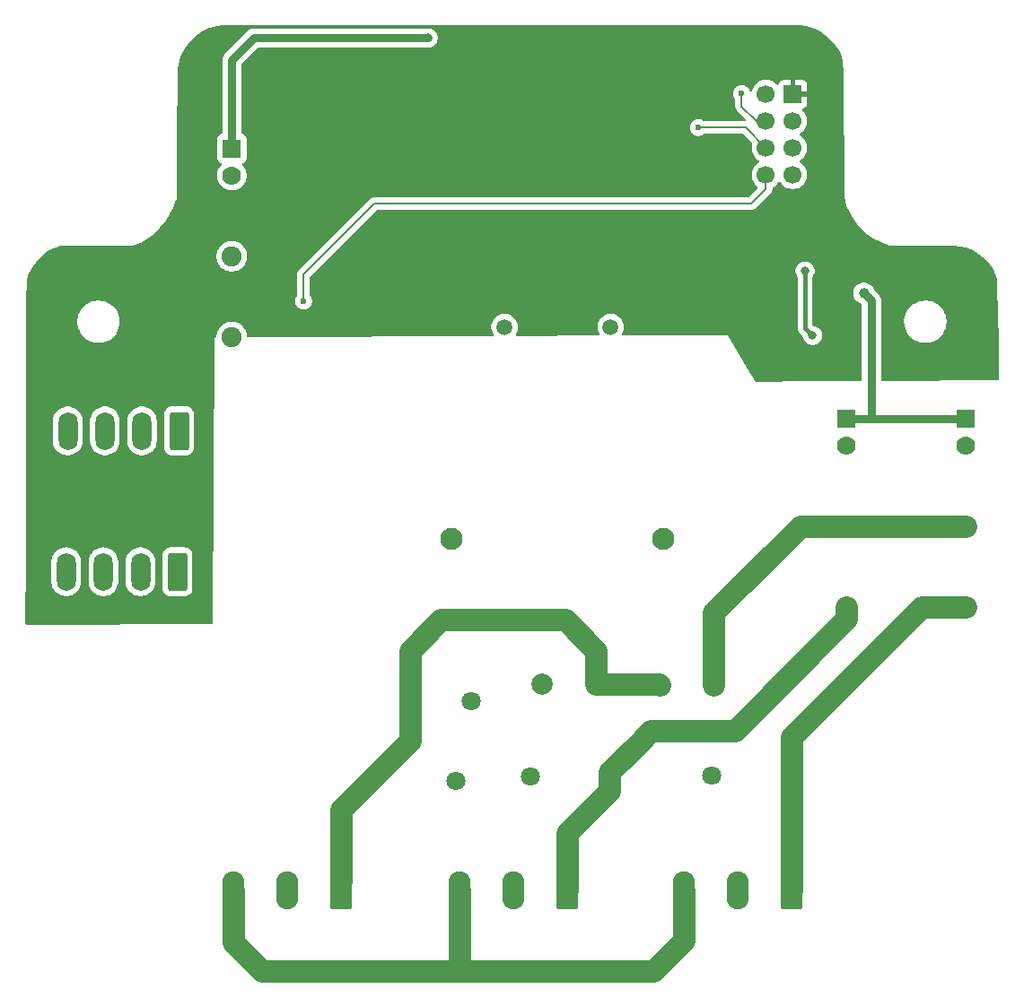
<source format=gbr>
%TF.GenerationSoftware,KiCad,Pcbnew,9.0.6*%
%TF.CreationDate,2025-11-29T13:29:22+01:00*%
%TF.ProjectId,AMN_230V_pcb,414d4e5f-3233-4305-965f-7063622e6b69,rev?*%
%TF.SameCoordinates,Original*%
%TF.FileFunction,Copper,L2,Bot*%
%TF.FilePolarity,Positive*%
%FSLAX46Y46*%
G04 Gerber Fmt 4.6, Leading zero omitted, Abs format (unit mm)*
G04 Created by KiCad (PCBNEW 9.0.6) date 2025-11-29 13:29:22*
%MOMM*%
%LPD*%
G01*
G04 APERTURE LIST*
G04 Aperture macros list*
%AMRoundRect*
0 Rectangle with rounded corners*
0 $1 Rounding radius*
0 $2 $3 $4 $5 $6 $7 $8 $9 X,Y pos of 4 corners*
0 Add a 4 corners polygon primitive as box body*
4,1,4,$2,$3,$4,$5,$6,$7,$8,$9,$2,$3,0*
0 Add four circle primitives for the rounded corners*
1,1,$1+$1,$2,$3*
1,1,$1+$1,$4,$5*
1,1,$1+$1,$6,$7*
1,1,$1+$1,$8,$9*
0 Add four rect primitives between the rounded corners*
20,1,$1+$1,$2,$3,$4,$5,0*
20,1,$1+$1,$4,$5,$6,$7,0*
20,1,$1+$1,$6,$7,$8,$9,0*
20,1,$1+$1,$8,$9,$2,$3,0*%
G04 Aperture macros list end*
%TA.AperFunction,ComponentPad*%
%ADD10C,2.000000*%
%TD*%
%TA.AperFunction,ComponentPad*%
%ADD11R,1.778000X1.778000*%
%TD*%
%TA.AperFunction,ComponentPad*%
%ADD12C,1.778000*%
%TD*%
%TA.AperFunction,ComponentPad*%
%ADD13C,1.900000*%
%TD*%
%TA.AperFunction,ComponentPad*%
%ADD14C,1.800000*%
%TD*%
%TA.AperFunction,ComponentPad*%
%ADD15R,1.700000X1.700000*%
%TD*%
%TA.AperFunction,ComponentPad*%
%ADD16C,1.700000*%
%TD*%
%TA.AperFunction,ComponentPad*%
%ADD17RoundRect,0.249999X0.790001X1.550001X-0.790001X1.550001X-0.790001X-1.550001X0.790001X-1.550001X0*%
%TD*%
%TA.AperFunction,ComponentPad*%
%ADD18O,2.080000X3.600000*%
%TD*%
%TA.AperFunction,ComponentPad*%
%ADD19RoundRect,0.250000X0.650000X1.550000X-0.650000X1.550000X-0.650000X-1.550000X0.650000X-1.550000X0*%
%TD*%
%TA.AperFunction,ComponentPad*%
%ADD20O,1.800000X3.600000*%
%TD*%
%TA.AperFunction,ComponentPad*%
%ADD21C,2.100000*%
%TD*%
%TA.AperFunction,ComponentPad*%
%ADD22C,1.500000*%
%TD*%
%TA.AperFunction,ViaPad*%
%ADD23C,0.600000*%
%TD*%
%TA.AperFunction,ViaPad*%
%ADD24C,0.800000*%
%TD*%
%TA.AperFunction,ViaPad*%
%ADD25C,1.000000*%
%TD*%
%TA.AperFunction,Conductor*%
%ADD26C,0.200000*%
%TD*%
%TA.AperFunction,Conductor*%
%ADD27C,0.800000*%
%TD*%
%TA.AperFunction,Conductor*%
%ADD28C,0.400000*%
%TD*%
%TA.AperFunction,Conductor*%
%ADD29C,2.100000*%
%TD*%
G04 APERTURE END LIST*
D10*
%TO.P,F2,1*%
%TO.N,Net-(J1-Pin_1)*%
X120310000Y-117650000D03*
%TO.P,F2,2*%
%TO.N,Net-(F2-Pad2)*%
X125390000Y-117650000D03*
%TD*%
D11*
%TO.P,K3,1*%
%TO.N,+12V*%
X79922500Y-66997500D03*
D12*
%TO.P,K3,2*%
%TO.N,Net-(D3-A)*%
X79922500Y-69537500D03*
D13*
%TO.P,K3,3*%
%TO.N,Net-(J4-Pin_3)*%
X79922500Y-77157500D03*
%TO.P,K3,4*%
%TO.N,Net-(J4-Pin_1)*%
X79922500Y-84777500D03*
%TD*%
D14*
%TO.P,V3,1*%
%TO.N,Net-(J1-Pin_2)*%
X101100000Y-126700000D03*
%TO.P,V3,2*%
%TO.N,Net-(F1-Pad2)*%
X102500000Y-119200000D03*
%TD*%
D15*
%TO.P,J5,1,Pin_1*%
%TO.N,GND*%
X132850000Y-61850000D03*
D16*
%TO.P,J5,2,Pin_2*%
%TO.N,+12V*%
X130310000Y-61850000D03*
%TO.P,J5,3,Pin_3*%
%TO.N,unconnected-(J5-Pin_3-Pad3)*%
X132850000Y-64390000D03*
%TO.P,J5,4,Pin_4*%
%TO.N,Net-(J5-Pin_4)*%
X130310000Y-64390000D03*
%TO.P,J5,5,Pin_5*%
%TO.N,unconnected-(J5-Pin_5-Pad5)*%
X132850000Y-66930000D03*
%TO.P,J5,6,Pin_6*%
%TO.N,Net-(J5-Pin_6)*%
X130310000Y-66930000D03*
%TO.P,J5,7,Pin_7*%
%TO.N,unconnected-(J5-Pin_7-Pad7)*%
X132850000Y-69470000D03*
%TO.P,J5,8,Pin_8*%
%TO.N,Net-(J5-Pin_8)*%
X130310000Y-69470000D03*
%TD*%
D10*
%TO.P,F1,1*%
%TO.N,Net-(J1-Pin_1)*%
X114240000Y-117550000D03*
%TO.P,F1,2*%
%TO.N,Net-(F1-Pad2)*%
X109160000Y-117550000D03*
%TD*%
D14*
%TO.P,V2,1*%
%TO.N,Net-(J3-Pin_1)*%
X132700000Y-127600000D03*
%TO.P,V2,2*%
%TO.N,Net-(J1-Pin_2)*%
X125200000Y-126200000D03*
%TD*%
D17*
%TO.P,J2,1,Pin_1*%
%TO.N,Net-(J2-Pin_1)*%
X111550000Y-137000000D03*
D18*
%TO.P,J2,2,Pin_2*%
%TO.N,Net-(J1-Pin_2)*%
X106470000Y-137000000D03*
%TO.P,J2,3,Pin_3*%
%TO.N,Net-(J1-Pin_3)*%
X101390000Y-137000000D03*
%TD*%
D19*
%TO.P,J6,1,Pin_1*%
%TO.N,unconnected-(J6-Pin_1-Pad1)*%
X74800000Y-106950000D03*
D20*
%TO.P,J6,2,Pin_2*%
%TO.N,unconnected-(J6-Pin_2-Pad2)*%
X71300000Y-106950000D03*
%TO.P,J6,3,Pin_3*%
%TO.N,unconnected-(J6-Pin_3-Pad3)*%
X67800000Y-106950000D03*
%TO.P,J6,4,Pin_4*%
%TO.N,unconnected-(J6-Pin_4-Pad4)*%
X64300000Y-106950000D03*
%TD*%
D11*
%TO.P,K2,1*%
%TO.N,+12V*%
X149150000Y-92470000D03*
D12*
%TO.P,K2,2*%
%TO.N,Net-(D2-A)*%
X149150000Y-95010000D03*
D13*
%TO.P,K2,3*%
%TO.N,Net-(F2-Pad2)*%
X149150000Y-102630000D03*
%TO.P,K2,4*%
%TO.N,Net-(J3-Pin_1)*%
X149150000Y-110250000D03*
%TD*%
D14*
%TO.P,V1,1*%
%TO.N,Net-(J2-Pin_1)*%
X115550000Y-127650000D03*
%TO.P,V1,2*%
%TO.N,Net-(J1-Pin_2)*%
X108050000Y-126250000D03*
%TD*%
D17*
%TO.P,J3,1,Pin_1*%
%TO.N,Net-(J3-Pin_1)*%
X132750000Y-137000000D03*
D18*
%TO.P,J3,2,Pin_2*%
%TO.N,Net-(J1-Pin_2)*%
X127670000Y-137000000D03*
%TO.P,J3,3,Pin_3*%
%TO.N,Net-(J1-Pin_3)*%
X122590000Y-137000000D03*
%TD*%
D21*
%TO.P,T1,1*%
%TO.N,Net-(J1-Pin_2)*%
X100650000Y-103850000D03*
%TO.P,T1,2*%
%TO.N,Net-(F1-Pad2)*%
X120650000Y-103850000D03*
D22*
%TO.P,T1,3*%
%TO.N,Net-(D4-Pad3)*%
X105650000Y-83850000D03*
%TO.P,T1,4*%
%TO.N,Net-(D4-Pad4)*%
X115650000Y-83850000D03*
%TD*%
D17*
%TO.P,J1,1,Pin_1*%
%TO.N,Net-(J1-Pin_1)*%
X90250000Y-137050000D03*
D18*
%TO.P,J1,2,Pin_2*%
%TO.N,Net-(J1-Pin_2)*%
X85170000Y-137050000D03*
%TO.P,J1,3,Pin_3*%
%TO.N,Net-(J1-Pin_3)*%
X80090000Y-137050000D03*
%TD*%
D19*
%TO.P,J4,1,Pin_1*%
%TO.N,Net-(J4-Pin_1)*%
X74950000Y-93650000D03*
D20*
%TO.P,J4,2,Pin_2*%
X71450000Y-93650000D03*
%TO.P,J4,3,Pin_3*%
%TO.N,Net-(J4-Pin_3)*%
X67950000Y-93650000D03*
%TO.P,J4,4,Pin_4*%
X64450000Y-93650000D03*
%TD*%
D11*
%TO.P,K1,1*%
%TO.N,+12V*%
X137872500Y-92470000D03*
D12*
%TO.P,K1,2*%
%TO.N,Net-(D1-A)*%
X137872500Y-95010000D03*
D13*
%TO.P,K1,3*%
%TO.N,Net-(F2-Pad2)*%
X137872500Y-102630000D03*
%TO.P,K1,4*%
%TO.N,Net-(J2-Pin_1)*%
X137872500Y-110250000D03*
%TD*%
D23*
%TO.N,Net-(J5-Pin_6)*%
X123950000Y-65000000D03*
%TO.N,Net-(J5-Pin_4)*%
X128000000Y-61800000D03*
D24*
%TO.N,+12V*%
X98450000Y-56550000D03*
D25*
X139550000Y-80650000D03*
D24*
%TO.N,Net-(D2-A)*%
X134700000Y-84650000D03*
X134000000Y-78550000D03*
D23*
%TO.N,Net-(J5-Pin_8)*%
X86700000Y-81400000D03*
%TD*%
D26*
%TO.N,Net-(J5-Pin_8)*%
X128900000Y-72200000D02*
X130310000Y-70790000D01*
X86700000Y-81400000D02*
X86700000Y-78850000D01*
X130310000Y-70790000D02*
X130310000Y-69470000D01*
X86700000Y-78850000D02*
X93350000Y-72200000D01*
X93350000Y-72200000D02*
X128900000Y-72200000D01*
%TO.N,Net-(J5-Pin_6)*%
X128380000Y-65000000D02*
X130310000Y-66930000D01*
X123950000Y-65000000D02*
X123850000Y-65000000D01*
%TO.N,Net-(J5-Pin_4)*%
X128000000Y-63000000D02*
X128000000Y-61800000D01*
X130310000Y-64390000D02*
X129390000Y-64390000D01*
X129390000Y-64390000D02*
X128000000Y-63000000D01*
%TO.N,Net-(J5-Pin_6)*%
X128380000Y-65000000D02*
X123950000Y-65000000D01*
D27*
%TO.N,+12V*%
X140250000Y-81350000D02*
X139550000Y-80650000D01*
X140250000Y-92470000D02*
X140250000Y-81350000D01*
X149150000Y-92470000D02*
X140250000Y-92470000D01*
X82000000Y-56550000D02*
X79922500Y-58627500D01*
X140250000Y-92470000D02*
X137872500Y-92470000D01*
X98450000Y-56550000D02*
X82000000Y-56550000D01*
X79922500Y-58627500D02*
X79922500Y-66997500D01*
D28*
%TO.N,Net-(D2-A)*%
X134000000Y-83950000D02*
X134700000Y-84650000D01*
X134000000Y-78550000D02*
X134000000Y-83950000D01*
D29*
%TO.N,Net-(J1-Pin_1)*%
X90250000Y-129400000D02*
X90250000Y-136200000D01*
X99650000Y-111500000D02*
X96750000Y-114400000D01*
X120210000Y-117550000D02*
X120310000Y-117650000D01*
X111350000Y-111500000D02*
X99650000Y-111500000D01*
X96750000Y-122900000D02*
X90250000Y-129400000D01*
X114240000Y-117550000D02*
X120210000Y-117550000D01*
X114300000Y-114450000D02*
X111350000Y-111500000D01*
X114240000Y-117550000D02*
X114300000Y-117490000D01*
X114300000Y-117490000D02*
X114300000Y-114450000D01*
X96750000Y-114400000D02*
X96750000Y-122900000D01*
%TO.N,Net-(F2-Pad2)*%
X137872500Y-102630000D02*
X149150000Y-102630000D01*
X133570000Y-102630000D02*
X137872500Y-102630000D01*
X125390000Y-117650000D02*
X125390000Y-110810000D01*
X125390000Y-110810000D02*
X133570000Y-102630000D01*
%TO.N,Net-(J1-Pin_3)*%
X82750000Y-144650000D02*
X101400000Y-144650000D01*
X80090000Y-141990000D02*
X82750000Y-144650000D01*
X101390000Y-144640000D02*
X101400000Y-144650000D01*
X101390000Y-137000000D02*
X101390000Y-144640000D01*
X119700000Y-144650000D02*
X122590000Y-141760000D01*
X122590000Y-141760000D02*
X122590000Y-137000000D01*
X101400000Y-144650000D02*
X119700000Y-144650000D01*
X80090000Y-137050000D02*
X80090000Y-141990000D01*
%TO.N,Net-(J2-Pin_1)*%
X119450000Y-121950000D02*
X118750000Y-122650000D01*
X115550000Y-125900000D02*
X115550000Y-127650000D01*
X137872500Y-110250000D02*
X137872500Y-111427500D01*
X115550000Y-127650000D02*
X111550000Y-131650000D01*
X118750000Y-122700000D02*
X115550000Y-125900000D01*
X118750000Y-122650000D02*
X118750000Y-122700000D01*
X137872500Y-111427500D02*
X127350000Y-121950000D01*
X127350000Y-121950000D02*
X119450000Y-121950000D01*
X111550000Y-131650000D02*
X111550000Y-137000000D01*
%TO.N,Net-(J3-Pin_1)*%
X132700000Y-122550000D02*
X132700000Y-127600000D01*
X149150000Y-110250000D02*
X145000000Y-110250000D01*
X132700000Y-127600000D02*
X132700000Y-136950000D01*
X145000000Y-110250000D02*
X132700000Y-122550000D01*
X132700000Y-136950000D02*
X132750000Y-137000000D01*
D26*
%TO.N,unconnected-(J5-Pin_5-Pad5)*%
X132020000Y-66930000D02*
X132850000Y-66930000D01*
%TD*%
%TA.AperFunction,Conductor*%
%TO.N,GND*%
G36*
X133298549Y-55356027D02*
G01*
X133298577Y-55356035D01*
X133361784Y-55356034D01*
X133367177Y-55356152D01*
X133751241Y-55372917D01*
X133761975Y-55373857D01*
X134001161Y-55405345D01*
X134009384Y-55406428D01*
X134011592Y-55406739D01*
X134029880Y-55409482D01*
X134176229Y-55431434D01*
X134184576Y-55432983D01*
X134333247Y-55465941D01*
X134354088Y-55472536D01*
X134898227Y-55699261D01*
X134901778Y-55700808D01*
X135231177Y-55850535D01*
X135435922Y-55943601D01*
X135462072Y-55959658D01*
X136194640Y-56545712D01*
X136204859Y-56554859D01*
X136497070Y-56847070D01*
X136502709Y-56853096D01*
X136610723Y-56976540D01*
X136849041Y-57248904D01*
X136850980Y-57251176D01*
X137017082Y-57450499D01*
X137090786Y-57538943D01*
X137106436Y-57562872D01*
X137345408Y-58040817D01*
X137353016Y-58059804D01*
X137546197Y-58687640D01*
X137551171Y-58712881D01*
X137649514Y-59794662D01*
X137650022Y-59805360D01*
X137699999Y-71549993D01*
X137700000Y-71550002D01*
X137899998Y-72449994D01*
X137899999Y-72449997D01*
X137900000Y-72450000D01*
X138108716Y-72846560D01*
X138399999Y-73399998D01*
X138941849Y-74122466D01*
X139000000Y-74200000D01*
X139700000Y-75000000D01*
X140450000Y-75500000D01*
X140450006Y-75500003D01*
X140450010Y-75500005D01*
X140999116Y-75749598D01*
X141000823Y-75750390D01*
X141950000Y-76200000D01*
X148044838Y-76200000D01*
X148055136Y-76200428D01*
X149224710Y-76297892D01*
X149272428Y-76311873D01*
X149994733Y-76694270D01*
X150090163Y-76744792D01*
X150108755Y-76756879D01*
X150796738Y-77297437D01*
X150803063Y-77302756D01*
X151269441Y-77722497D01*
X151284851Y-77739164D01*
X151334355Y-77803679D01*
X151446952Y-77950419D01*
X151453157Y-77959280D01*
X151658251Y-78281215D01*
X151663659Y-78290583D01*
X151839907Y-78629154D01*
X151844479Y-78638959D01*
X151984309Y-78976542D01*
X151990548Y-78991603D01*
X151994248Y-79001768D01*
X152109027Y-79365805D01*
X152111827Y-79376254D01*
X152147061Y-79535188D01*
X152150000Y-79562026D01*
X152150000Y-80050000D01*
X152267519Y-85220869D01*
X152267551Y-85223591D01*
X152270231Y-88726961D01*
X152250598Y-88794016D01*
X152197829Y-88839811D01*
X152146875Y-88851054D01*
X141275144Y-88907531D01*
X141208003Y-88888195D01*
X141161975Y-88835630D01*
X141150500Y-88783533D01*
X141150500Y-83218872D01*
X143349500Y-83218872D01*
X143349500Y-83481127D01*
X143369738Y-83634839D01*
X143383730Y-83741116D01*
X143439844Y-83950536D01*
X143451602Y-83994418D01*
X143451605Y-83994428D01*
X143551953Y-84236690D01*
X143551958Y-84236700D01*
X143683075Y-84463803D01*
X143842718Y-84671851D01*
X143842726Y-84671860D01*
X144028140Y-84857274D01*
X144028148Y-84857281D01*
X144236196Y-85016924D01*
X144463299Y-85148041D01*
X144463309Y-85148046D01*
X144705571Y-85248394D01*
X144705581Y-85248398D01*
X144958884Y-85316270D01*
X145218880Y-85350500D01*
X145218887Y-85350500D01*
X145481113Y-85350500D01*
X145481120Y-85350500D01*
X145741116Y-85316270D01*
X145994419Y-85248398D01*
X146236697Y-85148043D01*
X146463803Y-85016924D01*
X146671851Y-84857282D01*
X146671855Y-84857277D01*
X146671860Y-84857274D01*
X146857274Y-84671860D01*
X146857277Y-84671855D01*
X146857282Y-84671851D01*
X147016924Y-84463803D01*
X147148043Y-84236697D01*
X147248398Y-83994419D01*
X147316270Y-83741116D01*
X147350500Y-83481120D01*
X147350500Y-83218880D01*
X147316270Y-82958884D01*
X147248398Y-82705581D01*
X147242407Y-82691117D01*
X147148046Y-82463309D01*
X147148041Y-82463299D01*
X147016924Y-82236196D01*
X146857281Y-82028148D01*
X146857274Y-82028140D01*
X146671860Y-81842726D01*
X146671851Y-81842718D01*
X146463803Y-81683075D01*
X146236700Y-81551958D01*
X146236690Y-81551953D01*
X145994428Y-81451605D01*
X145994421Y-81451603D01*
X145994419Y-81451602D01*
X145741116Y-81383730D01*
X145683339Y-81376123D01*
X145481127Y-81349500D01*
X145481120Y-81349500D01*
X145218880Y-81349500D01*
X145218872Y-81349500D01*
X144987772Y-81379926D01*
X144958884Y-81383730D01*
X144796890Y-81427136D01*
X144705581Y-81451602D01*
X144705571Y-81451605D01*
X144463309Y-81551953D01*
X144463299Y-81551958D01*
X144236196Y-81683075D01*
X144028148Y-81842718D01*
X143842718Y-82028148D01*
X143683075Y-82236196D01*
X143551958Y-82463299D01*
X143551953Y-82463309D01*
X143451605Y-82705571D01*
X143451602Y-82705581D01*
X143383730Y-82958885D01*
X143349500Y-83218872D01*
X141150500Y-83218872D01*
X141150500Y-81261306D01*
X141150499Y-81261304D01*
X141115896Y-81087341D01*
X141115893Y-81087332D01*
X141048016Y-80923459D01*
X141048009Y-80923446D01*
X140949465Y-80775966D01*
X140902218Y-80728719D01*
X140824035Y-80650536D01*
X140515623Y-80342123D01*
X140488743Y-80301894D01*
X140436635Y-80176092D01*
X140436628Y-80176079D01*
X140327139Y-80012218D01*
X140327136Y-80012214D01*
X140187785Y-79872863D01*
X140187781Y-79872860D01*
X140023920Y-79763371D01*
X140023907Y-79763364D01*
X139841839Y-79687950D01*
X139841829Y-79687947D01*
X139648543Y-79649500D01*
X139648541Y-79649500D01*
X139451459Y-79649500D01*
X139451457Y-79649500D01*
X139258170Y-79687947D01*
X139258160Y-79687950D01*
X139076092Y-79763364D01*
X139076079Y-79763371D01*
X138912218Y-79872860D01*
X138912214Y-79872863D01*
X138772863Y-80012214D01*
X138772860Y-80012218D01*
X138663371Y-80176079D01*
X138663364Y-80176092D01*
X138587950Y-80358160D01*
X138587947Y-80358170D01*
X138549500Y-80551456D01*
X138549500Y-80551459D01*
X138549500Y-80748541D01*
X138549500Y-80748543D01*
X138549499Y-80748543D01*
X138587947Y-80941829D01*
X138587950Y-80941839D01*
X138663364Y-81123907D01*
X138663371Y-81123920D01*
X138772860Y-81287781D01*
X138772863Y-81287785D01*
X138912214Y-81427136D01*
X138912218Y-81427139D01*
X139076079Y-81536628D01*
X139076092Y-81536635D01*
X139201892Y-81588742D01*
X139208823Y-81593373D01*
X139213866Y-81594470D01*
X139242121Y-81615621D01*
X139313181Y-81686680D01*
X139346666Y-81748003D01*
X139349500Y-81774362D01*
X139349500Y-88794177D01*
X139329815Y-88861216D01*
X139277011Y-88906971D01*
X139226144Y-88918175D01*
X133100014Y-88949999D01*
X130699983Y-89000000D01*
X129468433Y-89047367D01*
X129400686Y-89030274D01*
X129361329Y-88993480D01*
X129103731Y-88616991D01*
X128752451Y-88103582D01*
X128747811Y-88096263D01*
X126700000Y-84600000D01*
X126699998Y-84600000D01*
X126699998Y-84599999D01*
X116848413Y-84650833D01*
X116781273Y-84631495D01*
X116735246Y-84578928D01*
X116724946Y-84509822D01*
X116737288Y-84470540D01*
X116753950Y-84437840D01*
X116808884Y-84330025D01*
X116869709Y-84142826D01*
X116880299Y-84075965D01*
X116900500Y-83948422D01*
X116900500Y-83751577D01*
X116869709Y-83557173D01*
X116829450Y-83433270D01*
X116808884Y-83369975D01*
X116808882Y-83369972D01*
X116808882Y-83369970D01*
X116761743Y-83277455D01*
X116719524Y-83194595D01*
X116603828Y-83035354D01*
X116464646Y-82896172D01*
X116305405Y-82780476D01*
X116130029Y-82691117D01*
X115942826Y-82630290D01*
X115748422Y-82599500D01*
X115748417Y-82599500D01*
X115551583Y-82599500D01*
X115551578Y-82599500D01*
X115357173Y-82630290D01*
X115169970Y-82691117D01*
X114994594Y-82780476D01*
X114903741Y-82846485D01*
X114835354Y-82896172D01*
X114835352Y-82896174D01*
X114835351Y-82896174D01*
X114696174Y-83035351D01*
X114696174Y-83035352D01*
X114696172Y-83035354D01*
X114646485Y-83103741D01*
X114580476Y-83194594D01*
X114491117Y-83369970D01*
X114430290Y-83557173D01*
X114399500Y-83751577D01*
X114399500Y-83948422D01*
X114430290Y-84142826D01*
X114491117Y-84330029D01*
X114568993Y-84482868D01*
X114581889Y-84551538D01*
X114555613Y-84616278D01*
X114498506Y-84656535D01*
X114459148Y-84663161D01*
X106820272Y-84702577D01*
X106753132Y-84683239D01*
X106707105Y-84630672D01*
X106696805Y-84561566D01*
X106717604Y-84509944D01*
X106716978Y-84509561D01*
X106719258Y-84505839D01*
X106719321Y-84505684D01*
X106719524Y-84505405D01*
X106808884Y-84330025D01*
X106869709Y-84142826D01*
X106880299Y-84075965D01*
X106900500Y-83948422D01*
X106900500Y-83751577D01*
X106869709Y-83557173D01*
X106829450Y-83433270D01*
X106808884Y-83369975D01*
X106808882Y-83369972D01*
X106808882Y-83369970D01*
X106761743Y-83277455D01*
X106719524Y-83194595D01*
X106603828Y-83035354D01*
X106464646Y-82896172D01*
X106305405Y-82780476D01*
X106130029Y-82691117D01*
X105942826Y-82630290D01*
X105748422Y-82599500D01*
X105748417Y-82599500D01*
X105551583Y-82599500D01*
X105551578Y-82599500D01*
X105357173Y-82630290D01*
X105169970Y-82691117D01*
X104994594Y-82780476D01*
X104903741Y-82846485D01*
X104835354Y-82896172D01*
X104835352Y-82896174D01*
X104835351Y-82896174D01*
X104696174Y-83035351D01*
X104696174Y-83035352D01*
X104696172Y-83035354D01*
X104646485Y-83103741D01*
X104580476Y-83194594D01*
X104491117Y-83369970D01*
X104430290Y-83557173D01*
X104399500Y-83751577D01*
X104399500Y-83948422D01*
X104430290Y-84142826D01*
X104491117Y-84330029D01*
X104580477Y-84505407D01*
X104589424Y-84517722D01*
X104612902Y-84583529D01*
X104597075Y-84651583D01*
X104546968Y-84700276D01*
X104489744Y-84714603D01*
X81497640Y-84833241D01*
X81430500Y-84813903D01*
X81384473Y-84761336D01*
X81373000Y-84709243D01*
X81373000Y-84663337D01*
X81337284Y-84437839D01*
X81286587Y-84281811D01*
X81266731Y-84220701D01*
X81266729Y-84220698D01*
X81266729Y-84220696D01*
X81212050Y-84113384D01*
X81163079Y-84017272D01*
X81028879Y-83832563D01*
X80867437Y-83671121D01*
X80682728Y-83536921D01*
X80479303Y-83433270D01*
X80262160Y-83362715D01*
X80036662Y-83327000D01*
X80036657Y-83327000D01*
X79808343Y-83327000D01*
X79808338Y-83327000D01*
X79582839Y-83362715D01*
X79365696Y-83433270D01*
X79162271Y-83536921D01*
X78977561Y-83671122D01*
X78816122Y-83832561D01*
X78681921Y-84017271D01*
X78578270Y-84220696D01*
X78507715Y-84437839D01*
X78472000Y-84663337D01*
X78472000Y-84725492D01*
X78452315Y-84792531D01*
X78399511Y-84838286D01*
X78348640Y-84849490D01*
X78250001Y-84849999D01*
X78250000Y-84850000D01*
X78150455Y-111776806D01*
X78130523Y-111843773D01*
X78077550Y-111889332D01*
X78026806Y-111900348D01*
X60574733Y-111949647D01*
X60507638Y-111930151D01*
X60461735Y-111877477D01*
X60450384Y-111825265D01*
X60468521Y-105939778D01*
X62899500Y-105939778D01*
X62899500Y-107960221D01*
X62933985Y-108177952D01*
X63002103Y-108387603D01*
X63002104Y-108387606D01*
X63070122Y-108521096D01*
X63084854Y-108550009D01*
X63102187Y-108584025D01*
X63231752Y-108762358D01*
X63231756Y-108762363D01*
X63387636Y-108918243D01*
X63387641Y-108918247D01*
X63543192Y-109031260D01*
X63565978Y-109047815D01*
X63694375Y-109113237D01*
X63762393Y-109147895D01*
X63762396Y-109147896D01*
X63867221Y-109181955D01*
X63972049Y-109216015D01*
X64189778Y-109250500D01*
X64189779Y-109250500D01*
X64410221Y-109250500D01*
X64410222Y-109250500D01*
X64627951Y-109216015D01*
X64837606Y-109147895D01*
X65034022Y-109047815D01*
X65212365Y-108918242D01*
X65368242Y-108762365D01*
X65497815Y-108584022D01*
X65597895Y-108387606D01*
X65666015Y-108177951D01*
X65700500Y-107960222D01*
X65700500Y-105939778D01*
X66399500Y-105939778D01*
X66399500Y-107960221D01*
X66433985Y-108177952D01*
X66502103Y-108387603D01*
X66502104Y-108387606D01*
X66570122Y-108521096D01*
X66584854Y-108550009D01*
X66602187Y-108584025D01*
X66731752Y-108762358D01*
X66731756Y-108762363D01*
X66887636Y-108918243D01*
X66887641Y-108918247D01*
X67043192Y-109031260D01*
X67065978Y-109047815D01*
X67194375Y-109113237D01*
X67262393Y-109147895D01*
X67262396Y-109147896D01*
X67367221Y-109181955D01*
X67472049Y-109216015D01*
X67689778Y-109250500D01*
X67689779Y-109250500D01*
X67910221Y-109250500D01*
X67910222Y-109250500D01*
X68127951Y-109216015D01*
X68337606Y-109147895D01*
X68534022Y-109047815D01*
X68712365Y-108918242D01*
X68868242Y-108762365D01*
X68997815Y-108584022D01*
X69097895Y-108387606D01*
X69166015Y-108177951D01*
X69200500Y-107960222D01*
X69200500Y-105939778D01*
X69899500Y-105939778D01*
X69899500Y-107960221D01*
X69933985Y-108177952D01*
X70002103Y-108387603D01*
X70002104Y-108387606D01*
X70070122Y-108521096D01*
X70084854Y-108550009D01*
X70102187Y-108584025D01*
X70231752Y-108762358D01*
X70231756Y-108762363D01*
X70387636Y-108918243D01*
X70387641Y-108918247D01*
X70543192Y-109031260D01*
X70565978Y-109047815D01*
X70694375Y-109113237D01*
X70762393Y-109147895D01*
X70762396Y-109147896D01*
X70867221Y-109181955D01*
X70972049Y-109216015D01*
X71189778Y-109250500D01*
X71189779Y-109250500D01*
X71410221Y-109250500D01*
X71410222Y-109250500D01*
X71627951Y-109216015D01*
X71837606Y-109147895D01*
X72034022Y-109047815D01*
X72212365Y-108918242D01*
X72368242Y-108762365D01*
X72497815Y-108584022D01*
X72597895Y-108387606D01*
X72666015Y-108177951D01*
X72700500Y-107960222D01*
X72700500Y-105939778D01*
X72666015Y-105722049D01*
X72597895Y-105512394D01*
X72597890Y-105512383D01*
X72542223Y-105403131D01*
X72542221Y-105403129D01*
X72515142Y-105349983D01*
X73399500Y-105349983D01*
X73399500Y-108550001D01*
X73399501Y-108550018D01*
X73410000Y-108652796D01*
X73410001Y-108652799D01*
X73446308Y-108762365D01*
X73465186Y-108819334D01*
X73557288Y-108968656D01*
X73681344Y-109092712D01*
X73830666Y-109184814D01*
X73997203Y-109239999D01*
X74099991Y-109250500D01*
X75500008Y-109250499D01*
X75602797Y-109239999D01*
X75769334Y-109184814D01*
X75918656Y-109092712D01*
X76042712Y-108968656D01*
X76134814Y-108819334D01*
X76189999Y-108652797D01*
X76200500Y-108550009D01*
X76200499Y-105349992D01*
X76197024Y-105315978D01*
X76189999Y-105247203D01*
X76189998Y-105247200D01*
X76134814Y-105080666D01*
X76042712Y-104931344D01*
X75918656Y-104807288D01*
X75769334Y-104715186D01*
X75602797Y-104660001D01*
X75602795Y-104660000D01*
X75500010Y-104649500D01*
X74099998Y-104649500D01*
X74099981Y-104649501D01*
X73997203Y-104660000D01*
X73997200Y-104660001D01*
X73830668Y-104715185D01*
X73830663Y-104715187D01*
X73681342Y-104807289D01*
X73557289Y-104931342D01*
X73465187Y-105080663D01*
X73465186Y-105080666D01*
X73410001Y-105247203D01*
X73410001Y-105247204D01*
X73410000Y-105247204D01*
X73399500Y-105349983D01*
X72515142Y-105349983D01*
X72497815Y-105315978D01*
X72447848Y-105247204D01*
X72368247Y-105137641D01*
X72368243Y-105137636D01*
X72212363Y-104981756D01*
X72212358Y-104981752D01*
X72034025Y-104852187D01*
X72034024Y-104852186D01*
X72034022Y-104852185D01*
X71945908Y-104807288D01*
X71837606Y-104752104D01*
X71837603Y-104752103D01*
X71627952Y-104683985D01*
X71476516Y-104660000D01*
X71410222Y-104649500D01*
X71189778Y-104649500D01*
X71123484Y-104660000D01*
X70972047Y-104683985D01*
X70762396Y-104752103D01*
X70762393Y-104752104D01*
X70565974Y-104852187D01*
X70387641Y-104981752D01*
X70387636Y-104981756D01*
X70231756Y-105137636D01*
X70231752Y-105137641D01*
X70102187Y-105315974D01*
X70002104Y-105512393D01*
X70002103Y-105512396D01*
X69933985Y-105722047D01*
X69899500Y-105939778D01*
X69200500Y-105939778D01*
X69166015Y-105722049D01*
X69097895Y-105512394D01*
X69097895Y-105512393D01*
X69042221Y-105403129D01*
X68997815Y-105315978D01*
X68947848Y-105247204D01*
X68868247Y-105137641D01*
X68868243Y-105137636D01*
X68712363Y-104981756D01*
X68712358Y-104981752D01*
X68534025Y-104852187D01*
X68534024Y-104852186D01*
X68534022Y-104852185D01*
X68445908Y-104807288D01*
X68337606Y-104752104D01*
X68337603Y-104752103D01*
X68127952Y-104683985D01*
X67976516Y-104660000D01*
X67910222Y-104649500D01*
X67689778Y-104649500D01*
X67623484Y-104660000D01*
X67472047Y-104683985D01*
X67262396Y-104752103D01*
X67262393Y-104752104D01*
X67065974Y-104852187D01*
X66887641Y-104981752D01*
X66887636Y-104981756D01*
X66731756Y-105137636D01*
X66731752Y-105137641D01*
X66602187Y-105315974D01*
X66502104Y-105512393D01*
X66502103Y-105512396D01*
X66433985Y-105722047D01*
X66399500Y-105939778D01*
X65700500Y-105939778D01*
X65666015Y-105722049D01*
X65597895Y-105512394D01*
X65597895Y-105512393D01*
X65542221Y-105403129D01*
X65497815Y-105315978D01*
X65447848Y-105247204D01*
X65368247Y-105137641D01*
X65368243Y-105137636D01*
X65212363Y-104981756D01*
X65212358Y-104981752D01*
X65034025Y-104852187D01*
X65034024Y-104852186D01*
X65034022Y-104852185D01*
X64945908Y-104807288D01*
X64837606Y-104752104D01*
X64837603Y-104752103D01*
X64627952Y-104683985D01*
X64476516Y-104660000D01*
X64410222Y-104649500D01*
X64189778Y-104649500D01*
X64123484Y-104660000D01*
X63972047Y-104683985D01*
X63762396Y-104752103D01*
X63762393Y-104752104D01*
X63565974Y-104852187D01*
X63387641Y-104981752D01*
X63387636Y-104981756D01*
X63231756Y-105137636D01*
X63231752Y-105137641D01*
X63102187Y-105315974D01*
X63002104Y-105512393D01*
X63002103Y-105512396D01*
X62933985Y-105722047D01*
X62899500Y-105939778D01*
X60468521Y-105939778D01*
X60509507Y-92639778D01*
X63049500Y-92639778D01*
X63049500Y-94660221D01*
X63083985Y-94877952D01*
X63152103Y-95087603D01*
X63152104Y-95087606D01*
X63220122Y-95221096D01*
X63234854Y-95250009D01*
X63252187Y-95284025D01*
X63381752Y-95462358D01*
X63381756Y-95462363D01*
X63537636Y-95618243D01*
X63537641Y-95618247D01*
X63693192Y-95731260D01*
X63715978Y-95747815D01*
X63844375Y-95813237D01*
X63912393Y-95847895D01*
X63912396Y-95847896D01*
X64017221Y-95881955D01*
X64122049Y-95916015D01*
X64339778Y-95950500D01*
X64339779Y-95950500D01*
X64560221Y-95950500D01*
X64560222Y-95950500D01*
X64777951Y-95916015D01*
X64987606Y-95847895D01*
X65184022Y-95747815D01*
X65362365Y-95618242D01*
X65518242Y-95462365D01*
X65647815Y-95284022D01*
X65747895Y-95087606D01*
X65816015Y-94877951D01*
X65850500Y-94660222D01*
X65850500Y-92639778D01*
X66549500Y-92639778D01*
X66549500Y-94660221D01*
X66583985Y-94877952D01*
X66652103Y-95087603D01*
X66652104Y-95087606D01*
X66720122Y-95221096D01*
X66734854Y-95250009D01*
X66752187Y-95284025D01*
X66881752Y-95462358D01*
X66881756Y-95462363D01*
X67037636Y-95618243D01*
X67037641Y-95618247D01*
X67193192Y-95731260D01*
X67215978Y-95747815D01*
X67344375Y-95813237D01*
X67412393Y-95847895D01*
X67412396Y-95847896D01*
X67517221Y-95881955D01*
X67622049Y-95916015D01*
X67839778Y-95950500D01*
X67839779Y-95950500D01*
X68060221Y-95950500D01*
X68060222Y-95950500D01*
X68277951Y-95916015D01*
X68487606Y-95847895D01*
X68684022Y-95747815D01*
X68862365Y-95618242D01*
X69018242Y-95462365D01*
X69147815Y-95284022D01*
X69247895Y-95087606D01*
X69316015Y-94877951D01*
X69350500Y-94660222D01*
X69350500Y-92639778D01*
X70049500Y-92639778D01*
X70049500Y-94660221D01*
X70083985Y-94877952D01*
X70152103Y-95087603D01*
X70152104Y-95087606D01*
X70220122Y-95221096D01*
X70234854Y-95250009D01*
X70252187Y-95284025D01*
X70381752Y-95462358D01*
X70381756Y-95462363D01*
X70537636Y-95618243D01*
X70537641Y-95618247D01*
X70693192Y-95731260D01*
X70715978Y-95747815D01*
X70844375Y-95813237D01*
X70912393Y-95847895D01*
X70912396Y-95847896D01*
X71017221Y-95881955D01*
X71122049Y-95916015D01*
X71339778Y-95950500D01*
X71339779Y-95950500D01*
X71560221Y-95950500D01*
X71560222Y-95950500D01*
X71777951Y-95916015D01*
X71987606Y-95847895D01*
X72184022Y-95747815D01*
X72362365Y-95618242D01*
X72518242Y-95462365D01*
X72647815Y-95284022D01*
X72747895Y-95087606D01*
X72816015Y-94877951D01*
X72850500Y-94660222D01*
X72850500Y-92639778D01*
X72816015Y-92422049D01*
X72747895Y-92212394D01*
X72747890Y-92212383D01*
X72692223Y-92103131D01*
X72692221Y-92103129D01*
X72665146Y-92049992D01*
X72665141Y-92049983D01*
X73549500Y-92049983D01*
X73549500Y-95250001D01*
X73549501Y-95250018D01*
X73560000Y-95352796D01*
X73560001Y-95352799D01*
X73596308Y-95462365D01*
X73615186Y-95519334D01*
X73707288Y-95668656D01*
X73831344Y-95792712D01*
X73980666Y-95884814D01*
X74147203Y-95939999D01*
X74249991Y-95950500D01*
X75650008Y-95950499D01*
X75752797Y-95939999D01*
X75919334Y-95884814D01*
X76068656Y-95792712D01*
X76192712Y-95668656D01*
X76284814Y-95519334D01*
X76339999Y-95352797D01*
X76350500Y-95250009D01*
X76350499Y-92049992D01*
X76347024Y-92015978D01*
X76339999Y-91947203D01*
X76339998Y-91947200D01*
X76284814Y-91780666D01*
X76192712Y-91631344D01*
X76068656Y-91507288D01*
X75919334Y-91415186D01*
X75752797Y-91360001D01*
X75752795Y-91360000D01*
X75650010Y-91349500D01*
X74249998Y-91349500D01*
X74249981Y-91349501D01*
X74147203Y-91360000D01*
X74147200Y-91360001D01*
X73980668Y-91415185D01*
X73980663Y-91415187D01*
X73831342Y-91507289D01*
X73707289Y-91631342D01*
X73615187Y-91780663D01*
X73615186Y-91780666D01*
X73560001Y-91947203D01*
X73560001Y-91947204D01*
X73560000Y-91947204D01*
X73549500Y-92049983D01*
X72665141Y-92049983D01*
X72647815Y-92015978D01*
X72597848Y-91947204D01*
X72518247Y-91837641D01*
X72518243Y-91837636D01*
X72362363Y-91681756D01*
X72362358Y-91681752D01*
X72184025Y-91552187D01*
X72184024Y-91552186D01*
X72184022Y-91552185D01*
X72095908Y-91507288D01*
X71987606Y-91452104D01*
X71987603Y-91452103D01*
X71777952Y-91383985D01*
X71626516Y-91360000D01*
X71560222Y-91349500D01*
X71339778Y-91349500D01*
X71273484Y-91360000D01*
X71122047Y-91383985D01*
X70912396Y-91452103D01*
X70912393Y-91452104D01*
X70715974Y-91552187D01*
X70537641Y-91681752D01*
X70537636Y-91681756D01*
X70381756Y-91837636D01*
X70381752Y-91837641D01*
X70252187Y-92015974D01*
X70152104Y-92212393D01*
X70152103Y-92212396D01*
X70083985Y-92422047D01*
X70049500Y-92639778D01*
X69350500Y-92639778D01*
X69316015Y-92422049D01*
X69247895Y-92212394D01*
X69247895Y-92212393D01*
X69165149Y-92049998D01*
X69147815Y-92015978D01*
X69097848Y-91947204D01*
X69018247Y-91837641D01*
X69018243Y-91837636D01*
X68862363Y-91681756D01*
X68862358Y-91681752D01*
X68684025Y-91552187D01*
X68684024Y-91552186D01*
X68684022Y-91552185D01*
X68595908Y-91507288D01*
X68487606Y-91452104D01*
X68487603Y-91452103D01*
X68277952Y-91383985D01*
X68126516Y-91360000D01*
X68060222Y-91349500D01*
X67839778Y-91349500D01*
X67773484Y-91360000D01*
X67622047Y-91383985D01*
X67412396Y-91452103D01*
X67412393Y-91452104D01*
X67215974Y-91552187D01*
X67037641Y-91681752D01*
X67037636Y-91681756D01*
X66881756Y-91837636D01*
X66881752Y-91837641D01*
X66752187Y-92015974D01*
X66652104Y-92212393D01*
X66652103Y-92212396D01*
X66583985Y-92422047D01*
X66549500Y-92639778D01*
X65850500Y-92639778D01*
X65816015Y-92422049D01*
X65747895Y-92212394D01*
X65747895Y-92212393D01*
X65665149Y-92049998D01*
X65647815Y-92015978D01*
X65597848Y-91947204D01*
X65518247Y-91837641D01*
X65518243Y-91837636D01*
X65362363Y-91681756D01*
X65362358Y-91681752D01*
X65184025Y-91552187D01*
X65184024Y-91552186D01*
X65184022Y-91552185D01*
X65095908Y-91507288D01*
X64987606Y-91452104D01*
X64987603Y-91452103D01*
X64777952Y-91383985D01*
X64626516Y-91360000D01*
X64560222Y-91349500D01*
X64339778Y-91349500D01*
X64273484Y-91360000D01*
X64122047Y-91383985D01*
X63912396Y-91452103D01*
X63912393Y-91452104D01*
X63715974Y-91552187D01*
X63537641Y-91681752D01*
X63537636Y-91681756D01*
X63381756Y-91837636D01*
X63381752Y-91837641D01*
X63252187Y-92015974D01*
X63152104Y-92212393D01*
X63152103Y-92212396D01*
X63083985Y-92422047D01*
X63049500Y-92639778D01*
X60509507Y-92639778D01*
X60538539Y-83218872D01*
X65349500Y-83218872D01*
X65349500Y-83481127D01*
X65369738Y-83634839D01*
X65383730Y-83741116D01*
X65439844Y-83950536D01*
X65451602Y-83994418D01*
X65451605Y-83994428D01*
X65551953Y-84236690D01*
X65551958Y-84236700D01*
X65683075Y-84463803D01*
X65842718Y-84671851D01*
X65842726Y-84671860D01*
X66028140Y-84857274D01*
X66028148Y-84857281D01*
X66236196Y-85016924D01*
X66463299Y-85148041D01*
X66463309Y-85148046D01*
X66705571Y-85248394D01*
X66705581Y-85248398D01*
X66958884Y-85316270D01*
X67218880Y-85350500D01*
X67218887Y-85350500D01*
X67481113Y-85350500D01*
X67481120Y-85350500D01*
X67741116Y-85316270D01*
X67994419Y-85248398D01*
X68236697Y-85148043D01*
X68463803Y-85016924D01*
X68671851Y-84857282D01*
X68671855Y-84857277D01*
X68671860Y-84857274D01*
X68857274Y-84671860D01*
X68857277Y-84671855D01*
X68857282Y-84671851D01*
X69016924Y-84463803D01*
X69148043Y-84236697D01*
X69248398Y-83994419D01*
X69316270Y-83741116D01*
X69350500Y-83481120D01*
X69350500Y-83218880D01*
X69316270Y-82958884D01*
X69248398Y-82705581D01*
X69242407Y-82691117D01*
X69148046Y-82463309D01*
X69148041Y-82463299D01*
X69016924Y-82236196D01*
X68857281Y-82028148D01*
X68857274Y-82028140D01*
X68671860Y-81842726D01*
X68671851Y-81842718D01*
X68463803Y-81683075D01*
X68236700Y-81551958D01*
X68236690Y-81551953D01*
X67994428Y-81451605D01*
X67994421Y-81451603D01*
X67994419Y-81451602D01*
X67741116Y-81383730D01*
X67683339Y-81376123D01*
X67481127Y-81349500D01*
X67481120Y-81349500D01*
X67218880Y-81349500D01*
X67218872Y-81349500D01*
X66987772Y-81379926D01*
X66958884Y-81383730D01*
X66796890Y-81427136D01*
X66705581Y-81451602D01*
X66705571Y-81451605D01*
X66463309Y-81551953D01*
X66463299Y-81551958D01*
X66236196Y-81683075D01*
X66028148Y-81842718D01*
X65842718Y-82028148D01*
X65683075Y-82236196D01*
X65551958Y-82463299D01*
X65551953Y-82463309D01*
X65451605Y-82705571D01*
X65451602Y-82705581D01*
X65383730Y-82958885D01*
X65349500Y-83218872D01*
X60538539Y-83218872D01*
X60544387Y-81321153D01*
X85899500Y-81321153D01*
X85899500Y-81478846D01*
X85930261Y-81633489D01*
X85930264Y-81633501D01*
X85990602Y-81779172D01*
X85990609Y-81779185D01*
X86078210Y-81910288D01*
X86078213Y-81910292D01*
X86189707Y-82021786D01*
X86189711Y-82021789D01*
X86320814Y-82109390D01*
X86320827Y-82109397D01*
X86466498Y-82169735D01*
X86466503Y-82169737D01*
X86621153Y-82200499D01*
X86621156Y-82200500D01*
X86621158Y-82200500D01*
X86778844Y-82200500D01*
X86778845Y-82200499D01*
X86933497Y-82169737D01*
X87079179Y-82109394D01*
X87210289Y-82021789D01*
X87321789Y-81910289D01*
X87409394Y-81779179D01*
X87469737Y-81633497D01*
X87500500Y-81478842D01*
X87500500Y-81321158D01*
X87500500Y-81321155D01*
X87500499Y-81321153D01*
X87488595Y-81261309D01*
X87469737Y-81166503D01*
X87452093Y-81123907D01*
X87409397Y-81020827D01*
X87409390Y-81020814D01*
X87321398Y-80889125D01*
X87300520Y-80822447D01*
X87300500Y-80820234D01*
X87300500Y-79150097D01*
X87320185Y-79083058D01*
X87336819Y-79062416D01*
X87937931Y-78461304D01*
X133099500Y-78461304D01*
X133099500Y-78638695D01*
X133134103Y-78812658D01*
X133134106Y-78812667D01*
X133201984Y-78976542D01*
X133201985Y-78976543D01*
X133201987Y-78976547D01*
X133273156Y-79083058D01*
X133278602Y-79091208D01*
X133299480Y-79157885D01*
X133299500Y-79160099D01*
X133299500Y-83881006D01*
X133299500Y-84018994D01*
X133299500Y-84018996D01*
X133299499Y-84018996D01*
X133326418Y-84154322D01*
X133326421Y-84154332D01*
X133379222Y-84281807D01*
X133455887Y-84396545D01*
X133455888Y-84396546D01*
X133773265Y-84713922D01*
X133806750Y-84775245D01*
X133807201Y-84777411D01*
X133834104Y-84912660D01*
X133834107Y-84912670D01*
X133901983Y-85076540D01*
X133901990Y-85076553D01*
X134000535Y-85224034D01*
X134000538Y-85224038D01*
X134125961Y-85349461D01*
X134125965Y-85349464D01*
X134273446Y-85448009D01*
X134273459Y-85448016D01*
X134396363Y-85498923D01*
X134437334Y-85515894D01*
X134437336Y-85515894D01*
X134437341Y-85515896D01*
X134611304Y-85550499D01*
X134611307Y-85550500D01*
X134611309Y-85550500D01*
X134788693Y-85550500D01*
X134788694Y-85550499D01*
X134852900Y-85537728D01*
X134962658Y-85515896D01*
X134962661Y-85515894D01*
X134962666Y-85515894D01*
X135126547Y-85448013D01*
X135274035Y-85349464D01*
X135399464Y-85224035D01*
X135498013Y-85076547D01*
X135565894Y-84912666D01*
X135578360Y-84849999D01*
X135593229Y-84775245D01*
X135600500Y-84738691D01*
X135600500Y-84561309D01*
X135600500Y-84561306D01*
X135600499Y-84561304D01*
X135565896Y-84387341D01*
X135565893Y-84387332D01*
X135498016Y-84223459D01*
X135498009Y-84223446D01*
X135399464Y-84075965D01*
X135399461Y-84075961D01*
X135274038Y-83950538D01*
X135274034Y-83950535D01*
X135126553Y-83851990D01*
X135126540Y-83851983D01*
X134962670Y-83784107D01*
X134962660Y-83784104D01*
X134827411Y-83757201D01*
X134810654Y-83748435D01*
X134792176Y-83744416D01*
X134767139Y-83725673D01*
X134765500Y-83724816D01*
X134763922Y-83723265D01*
X134736819Y-83696162D01*
X134703334Y-83634839D01*
X134700500Y-83608481D01*
X134700500Y-79160099D01*
X134720185Y-79093060D01*
X134721398Y-79091208D01*
X134726844Y-79083058D01*
X134798013Y-78976547D01*
X134865894Y-78812666D01*
X134874194Y-78770943D01*
X134888964Y-78696682D01*
X134900500Y-78638691D01*
X134900500Y-78461309D01*
X134900500Y-78461306D01*
X134900499Y-78461304D01*
X134865896Y-78287341D01*
X134865893Y-78287332D01*
X134865251Y-78285783D01*
X134848923Y-78246363D01*
X134798016Y-78123459D01*
X134798009Y-78123446D01*
X134699464Y-77975965D01*
X134699461Y-77975961D01*
X134574038Y-77850538D01*
X134574034Y-77850535D01*
X134426553Y-77751990D01*
X134426540Y-77751983D01*
X134262667Y-77684106D01*
X134262658Y-77684103D01*
X134088694Y-77649500D01*
X134088691Y-77649500D01*
X133911309Y-77649500D01*
X133911306Y-77649500D01*
X133737341Y-77684103D01*
X133737332Y-77684106D01*
X133573459Y-77751983D01*
X133573446Y-77751990D01*
X133425965Y-77850535D01*
X133425961Y-77850538D01*
X133300538Y-77975961D01*
X133300535Y-77975965D01*
X133201990Y-78123446D01*
X133201983Y-78123459D01*
X133134106Y-78287332D01*
X133134103Y-78287341D01*
X133099500Y-78461304D01*
X87937931Y-78461304D01*
X93562416Y-72836819D01*
X93623739Y-72803334D01*
X93650097Y-72800500D01*
X128813331Y-72800500D01*
X128813347Y-72800501D01*
X128820943Y-72800501D01*
X128979054Y-72800501D01*
X128979057Y-72800501D01*
X129131785Y-72759577D01*
X129181904Y-72730639D01*
X129268716Y-72680520D01*
X129380520Y-72568716D01*
X129380520Y-72568714D01*
X129390728Y-72558507D01*
X129390730Y-72558504D01*
X130668506Y-71280728D01*
X130668511Y-71280724D01*
X130678714Y-71270520D01*
X130678716Y-71270520D01*
X130790520Y-71158716D01*
X130844232Y-71065683D01*
X130869577Y-71021785D01*
X130910500Y-70869057D01*
X130910500Y-70755718D01*
X130930185Y-70688679D01*
X130978207Y-70645233D01*
X131017815Y-70625052D01*
X131017815Y-70625051D01*
X131017816Y-70625051D01*
X131109193Y-70558661D01*
X131189786Y-70500109D01*
X131189788Y-70500106D01*
X131189792Y-70500104D01*
X131340104Y-70349792D01*
X131340106Y-70349788D01*
X131340109Y-70349786D01*
X131465048Y-70177820D01*
X131465047Y-70177820D01*
X131465051Y-70177816D01*
X131469514Y-70169054D01*
X131517488Y-70118259D01*
X131585308Y-70101463D01*
X131651444Y-70123999D01*
X131690486Y-70169056D01*
X131694951Y-70177820D01*
X131819890Y-70349786D01*
X131970213Y-70500109D01*
X132142179Y-70625048D01*
X132142181Y-70625049D01*
X132142184Y-70625051D01*
X132331588Y-70721557D01*
X132533757Y-70787246D01*
X132743713Y-70820500D01*
X132743714Y-70820500D01*
X132956286Y-70820500D01*
X132956287Y-70820500D01*
X133166243Y-70787246D01*
X133368412Y-70721557D01*
X133557816Y-70625051D01*
X133595941Y-70597352D01*
X133729786Y-70500109D01*
X133729788Y-70500106D01*
X133729792Y-70500104D01*
X133880104Y-70349792D01*
X133880106Y-70349788D01*
X133880109Y-70349786D01*
X134005048Y-70177820D01*
X134005047Y-70177820D01*
X134005051Y-70177816D01*
X134101557Y-69988412D01*
X134167246Y-69786243D01*
X134200500Y-69576287D01*
X134200500Y-69363713D01*
X134167246Y-69153757D01*
X134101557Y-68951588D01*
X134005051Y-68762184D01*
X134005049Y-68762181D01*
X134005048Y-68762179D01*
X133880109Y-68590213D01*
X133729786Y-68439890D01*
X133557820Y-68314951D01*
X133557115Y-68314591D01*
X133549054Y-68310485D01*
X133498259Y-68262512D01*
X133481463Y-68194692D01*
X133503999Y-68128556D01*
X133549054Y-68089515D01*
X133557816Y-68085051D01*
X133579789Y-68069086D01*
X133729786Y-67960109D01*
X133729788Y-67960106D01*
X133729792Y-67960104D01*
X133880104Y-67809792D01*
X133880106Y-67809788D01*
X133880109Y-67809786D01*
X134005048Y-67637820D01*
X134005047Y-67637820D01*
X134005051Y-67637816D01*
X134101557Y-67448412D01*
X134167246Y-67246243D01*
X134200500Y-67036287D01*
X134200500Y-66823713D01*
X134167246Y-66613757D01*
X134101557Y-66411588D01*
X134005051Y-66222184D01*
X134005049Y-66222181D01*
X134005048Y-66222179D01*
X133880109Y-66050213D01*
X133729786Y-65899890D01*
X133557820Y-65774951D01*
X133557115Y-65774591D01*
X133549054Y-65770485D01*
X133498259Y-65722512D01*
X133481463Y-65654692D01*
X133503999Y-65588556D01*
X133549054Y-65549515D01*
X133557816Y-65545051D01*
X133605664Y-65510288D01*
X133729786Y-65420109D01*
X133729788Y-65420106D01*
X133729792Y-65420104D01*
X133880104Y-65269792D01*
X133880106Y-65269788D01*
X133880109Y-65269786D01*
X134005048Y-65097820D01*
X134005047Y-65097820D01*
X134005051Y-65097816D01*
X134101557Y-64908412D01*
X134167246Y-64706243D01*
X134200500Y-64496287D01*
X134200500Y-64283713D01*
X134167246Y-64073757D01*
X134101557Y-63871588D01*
X134005051Y-63682184D01*
X134005049Y-63682181D01*
X134005048Y-63682179D01*
X133880109Y-63510213D01*
X133766181Y-63396285D01*
X133732696Y-63334962D01*
X133737680Y-63265270D01*
X133779552Y-63209337D01*
X133810529Y-63192422D01*
X133942086Y-63143354D01*
X133942093Y-63143350D01*
X134057187Y-63057190D01*
X134057190Y-63057187D01*
X134143350Y-62942093D01*
X134143354Y-62942086D01*
X134193596Y-62807379D01*
X134193598Y-62807372D01*
X134199999Y-62747844D01*
X134200000Y-62747827D01*
X134200000Y-62100000D01*
X133283012Y-62100000D01*
X133315925Y-62042993D01*
X133350000Y-61915826D01*
X133350000Y-61784174D01*
X133315925Y-61657007D01*
X133283012Y-61600000D01*
X134200000Y-61600000D01*
X134200000Y-60952172D01*
X134199999Y-60952155D01*
X134193598Y-60892627D01*
X134193596Y-60892620D01*
X134143354Y-60757913D01*
X134143350Y-60757906D01*
X134057190Y-60642812D01*
X134057187Y-60642809D01*
X133942093Y-60556649D01*
X133942086Y-60556645D01*
X133807379Y-60506403D01*
X133807372Y-60506401D01*
X133747844Y-60500000D01*
X133100000Y-60500000D01*
X133100000Y-61416988D01*
X133042993Y-61384075D01*
X132915826Y-61350000D01*
X132784174Y-61350000D01*
X132657007Y-61384075D01*
X132600000Y-61416988D01*
X132600000Y-60500000D01*
X131952155Y-60500000D01*
X131892627Y-60506401D01*
X131892620Y-60506403D01*
X131757913Y-60556645D01*
X131757906Y-60556649D01*
X131642812Y-60642809D01*
X131642809Y-60642812D01*
X131556649Y-60757906D01*
X131556646Y-60757912D01*
X131507577Y-60889471D01*
X131465705Y-60945404D01*
X131400241Y-60969821D01*
X131331968Y-60954969D01*
X131303714Y-60933818D01*
X131189786Y-60819890D01*
X131017820Y-60694951D01*
X130828414Y-60598444D01*
X130828413Y-60598443D01*
X130828412Y-60598443D01*
X130626243Y-60532754D01*
X130626241Y-60532753D01*
X130626240Y-60532753D01*
X130464957Y-60507208D01*
X130416287Y-60499500D01*
X130203713Y-60499500D01*
X130155042Y-60507208D01*
X129993760Y-60532753D01*
X129791585Y-60598444D01*
X129602179Y-60694951D01*
X129430213Y-60819890D01*
X129279890Y-60970213D01*
X129154951Y-61142179D01*
X129058444Y-61331585D01*
X128992620Y-61534170D01*
X128953182Y-61591846D01*
X128888824Y-61619044D01*
X128819977Y-61607129D01*
X128768502Y-61559885D01*
X128760128Y-61543304D01*
X128709397Y-61420827D01*
X128709390Y-61420814D01*
X128621789Y-61289711D01*
X128621786Y-61289707D01*
X128510292Y-61178213D01*
X128510288Y-61178210D01*
X128379185Y-61090609D01*
X128379172Y-61090602D01*
X128233501Y-61030264D01*
X128233489Y-61030261D01*
X128078845Y-60999500D01*
X128078842Y-60999500D01*
X127921158Y-60999500D01*
X127921155Y-60999500D01*
X127766510Y-61030261D01*
X127766498Y-61030264D01*
X127620827Y-61090602D01*
X127620814Y-61090609D01*
X127489711Y-61178210D01*
X127489707Y-61178213D01*
X127378213Y-61289707D01*
X127378210Y-61289711D01*
X127290609Y-61420814D01*
X127290602Y-61420827D01*
X127230264Y-61566498D01*
X127230261Y-61566510D01*
X127199500Y-61721153D01*
X127199500Y-61878846D01*
X127230261Y-62033489D01*
X127230264Y-62033501D01*
X127290602Y-62179172D01*
X127290609Y-62179185D01*
X127378602Y-62310874D01*
X127399480Y-62377551D01*
X127399500Y-62379765D01*
X127399500Y-62913330D01*
X127399499Y-62913348D01*
X127399499Y-63079054D01*
X127399498Y-63079054D01*
X127440074Y-63230486D01*
X127440423Y-63231785D01*
X127441871Y-63234293D01*
X127442251Y-63234950D01*
X127442254Y-63234956D01*
X127519477Y-63368712D01*
X127519481Y-63368717D01*
X127638349Y-63487585D01*
X127638355Y-63487590D01*
X128338584Y-64187819D01*
X128372069Y-64249142D01*
X128367085Y-64318834D01*
X128325213Y-64374767D01*
X128259749Y-64399184D01*
X128250903Y-64399500D01*
X124529766Y-64399500D01*
X124462727Y-64379815D01*
X124460875Y-64378602D01*
X124329185Y-64290609D01*
X124329172Y-64290602D01*
X124183501Y-64230264D01*
X124183489Y-64230261D01*
X124028845Y-64199500D01*
X124028842Y-64199500D01*
X123871158Y-64199500D01*
X123871155Y-64199500D01*
X123716510Y-64230261D01*
X123716498Y-64230264D01*
X123570827Y-64290602D01*
X123570814Y-64290609D01*
X123439711Y-64378210D01*
X123439707Y-64378213D01*
X123328213Y-64489707D01*
X123328210Y-64489711D01*
X123240609Y-64620814D01*
X123240602Y-64620827D01*
X123180264Y-64766498D01*
X123180261Y-64766510D01*
X123149500Y-64921153D01*
X123149500Y-65078846D01*
X123180261Y-65233489D01*
X123180264Y-65233501D01*
X123240602Y-65379172D01*
X123240609Y-65379185D01*
X123328210Y-65510288D01*
X123328213Y-65510292D01*
X123439707Y-65621786D01*
X123439711Y-65621789D01*
X123570814Y-65709390D01*
X123570827Y-65709397D01*
X123716498Y-65769735D01*
X123716503Y-65769737D01*
X123871153Y-65800499D01*
X123871156Y-65800500D01*
X123871158Y-65800500D01*
X124028844Y-65800500D01*
X124028845Y-65800499D01*
X124183497Y-65769737D01*
X124329179Y-65709394D01*
X124329185Y-65709390D01*
X124460875Y-65621398D01*
X124527553Y-65600520D01*
X124529766Y-65600500D01*
X128079903Y-65600500D01*
X128146942Y-65620185D01*
X128167584Y-65636819D01*
X128976241Y-66445476D01*
X129009726Y-66506799D01*
X129006492Y-66571473D01*
X128992753Y-66613757D01*
X128959500Y-66823713D01*
X128959500Y-67036286D01*
X128992753Y-67246239D01*
X129058444Y-67448414D01*
X129154951Y-67637820D01*
X129279890Y-67809786D01*
X129430213Y-67960109D01*
X129602182Y-68085050D01*
X129610946Y-68089516D01*
X129661742Y-68137491D01*
X129678536Y-68205312D01*
X129655998Y-68271447D01*
X129610946Y-68310484D01*
X129602182Y-68314949D01*
X129430213Y-68439890D01*
X129279890Y-68590213D01*
X129154951Y-68762179D01*
X129058444Y-68951585D01*
X128992753Y-69153760D01*
X128983509Y-69212125D01*
X128959500Y-69363713D01*
X128959500Y-69576287D01*
X128992754Y-69786243D01*
X129017653Y-69862875D01*
X129058444Y-69988414D01*
X129154951Y-70177820D01*
X129279890Y-70349786D01*
X129430209Y-70500105D01*
X129430214Y-70500109D01*
X129498353Y-70549615D01*
X129541019Y-70604945D01*
X129546998Y-70674558D01*
X129514393Y-70736353D01*
X129513149Y-70737614D01*
X128687584Y-71563181D01*
X128626261Y-71596666D01*
X128599903Y-71599500D01*
X93429057Y-71599500D01*
X93270942Y-71599500D01*
X93118215Y-71640423D01*
X93118214Y-71640423D01*
X93118212Y-71640424D01*
X93118209Y-71640425D01*
X93068096Y-71669359D01*
X93068095Y-71669360D01*
X93025039Y-71694218D01*
X92981285Y-71719479D01*
X92981282Y-71719481D01*
X86219479Y-78481284D01*
X86207676Y-78501729D01*
X86188845Y-78534346D01*
X86140423Y-78618215D01*
X86099499Y-78770943D01*
X86099499Y-78770945D01*
X86099499Y-78939046D01*
X86099500Y-78939059D01*
X86099500Y-80820234D01*
X86079815Y-80887273D01*
X86078602Y-80889125D01*
X85990609Y-81020814D01*
X85990602Y-81020827D01*
X85930264Y-81166498D01*
X85930261Y-81166510D01*
X85899500Y-81321153D01*
X60544387Y-81321153D01*
X60549944Y-79517999D01*
X60555172Y-79482759D01*
X60697487Y-79008375D01*
X60703661Y-78992066D01*
X60994885Y-78361081D01*
X61007180Y-78340127D01*
X61397323Y-77803679D01*
X61402929Y-77796538D01*
X61942662Y-77158671D01*
X61958788Y-77142809D01*
X62080365Y-77043337D01*
X78472000Y-77043337D01*
X78472000Y-77271662D01*
X78507715Y-77497160D01*
X78578270Y-77714303D01*
X78647685Y-77850536D01*
X78681921Y-77917728D01*
X78816121Y-78102437D01*
X78977563Y-78263879D01*
X79162272Y-78398079D01*
X79258384Y-78447050D01*
X79365696Y-78501729D01*
X79365698Y-78501729D01*
X79365701Y-78501731D01*
X79482092Y-78539549D01*
X79582839Y-78572284D01*
X79808338Y-78608000D01*
X79808343Y-78608000D01*
X80036662Y-78608000D01*
X80262160Y-78572284D01*
X80479299Y-78501731D01*
X80682728Y-78398079D01*
X80867437Y-78263879D01*
X81028879Y-78102437D01*
X81163079Y-77917728D01*
X81266731Y-77714299D01*
X81337284Y-77497160D01*
X81373000Y-77271662D01*
X81373000Y-77043337D01*
X81337284Y-76817839D01*
X81297135Y-76694274D01*
X81266731Y-76600701D01*
X81266729Y-76600698D01*
X81266729Y-76600696D01*
X81193814Y-76457593D01*
X81163079Y-76397272D01*
X81028879Y-76212563D01*
X80867437Y-76051121D01*
X80682728Y-75916921D01*
X80479303Y-75813270D01*
X80262160Y-75742715D01*
X80036662Y-75707000D01*
X80036657Y-75707000D01*
X79808343Y-75707000D01*
X79808338Y-75707000D01*
X79582839Y-75742715D01*
X79365696Y-75813270D01*
X79162271Y-75916921D01*
X78977561Y-76051122D01*
X78816122Y-76212561D01*
X78681921Y-76397271D01*
X78578270Y-76600696D01*
X78507715Y-76817839D01*
X78472000Y-77043337D01*
X62080365Y-77043337D01*
X62490586Y-76707702D01*
X62510734Y-76694274D01*
X63020611Y-76422340D01*
X63031463Y-76417214D01*
X63291624Y-76309452D01*
X63301759Y-76305763D01*
X63584638Y-76216572D01*
X63591814Y-76214546D01*
X63613512Y-76209122D01*
X63635194Y-76203702D01*
X63665266Y-76200000D01*
X70500003Y-76200000D01*
X70500003Y-76199999D01*
X71299997Y-75950001D01*
X71299997Y-75950000D01*
X71300000Y-75950000D01*
X72350000Y-75200000D01*
X72923327Y-74626672D01*
X72926950Y-74623196D01*
X73107234Y-74457234D01*
X73415400Y-74122476D01*
X73694870Y-73763413D01*
X73897710Y-73452942D01*
X73900000Y-73450000D01*
X73901565Y-73447041D01*
X73943734Y-73382498D01*
X74160292Y-72982333D01*
X74219862Y-72846526D01*
X74223800Y-72838376D01*
X74350000Y-72600000D01*
X74600000Y-72050000D01*
X74700000Y-71750000D01*
X74700000Y-70977708D01*
X74700424Y-70967468D01*
X74708578Y-70869056D01*
X74714966Y-70791968D01*
X74714966Y-70568030D01*
X74714974Y-70566629D01*
X74720576Y-70070880D01*
X74765889Y-66060635D01*
X78533000Y-66060635D01*
X78533000Y-67934370D01*
X78533001Y-67934376D01*
X78539408Y-67993983D01*
X78589702Y-68128828D01*
X78589706Y-68128835D01*
X78675952Y-68244044D01*
X78675955Y-68244047D01*
X78791164Y-68330293D01*
X78791171Y-68330297D01*
X78882410Y-68364327D01*
X78938344Y-68406198D01*
X78962761Y-68471662D01*
X78947910Y-68539935D01*
X78926759Y-68568190D01*
X78862641Y-68632308D01*
X78734095Y-68809239D01*
X78634798Y-69004116D01*
X78634797Y-69004119D01*
X78567214Y-69212123D01*
X78533000Y-69428138D01*
X78533000Y-69646861D01*
X78567214Y-69862876D01*
X78634797Y-70070880D01*
X78634798Y-70070883D01*
X78734095Y-70265760D01*
X78862642Y-70442693D01*
X79017306Y-70597357D01*
X79173647Y-70710943D01*
X79194243Y-70725907D01*
X79314627Y-70787246D01*
X79389116Y-70825201D01*
X79389119Y-70825202D01*
X79493121Y-70858993D01*
X79597125Y-70892786D01*
X79697172Y-70908632D01*
X79813139Y-70927000D01*
X79813144Y-70927000D01*
X80031861Y-70927000D01*
X80136582Y-70910412D01*
X80247875Y-70892786D01*
X80455883Y-70825201D01*
X80650757Y-70725907D01*
X80789573Y-70625052D01*
X80827693Y-70597357D01*
X80827695Y-70597354D01*
X80827699Y-70597352D01*
X80982352Y-70442699D01*
X80982354Y-70442695D01*
X80982357Y-70442693D01*
X81049857Y-70349786D01*
X81110907Y-70265757D01*
X81210201Y-70070883D01*
X81277786Y-69862875D01*
X81295412Y-69751582D01*
X81312000Y-69646861D01*
X81312000Y-69428138D01*
X81292095Y-69302471D01*
X81277786Y-69212125D01*
X81210201Y-69004117D01*
X81210201Y-69004116D01*
X81175815Y-68936632D01*
X81110907Y-68809243D01*
X81076717Y-68762184D01*
X80982357Y-68632306D01*
X80918241Y-68568190D01*
X80884756Y-68506867D01*
X80889740Y-68437175D01*
X80931612Y-68381242D01*
X80962589Y-68364327D01*
X81053828Y-68330297D01*
X81053827Y-68330297D01*
X81053831Y-68330296D01*
X81169046Y-68244046D01*
X81255296Y-68128831D01*
X81305591Y-67993983D01*
X81312000Y-67934373D01*
X81311999Y-66060628D01*
X81305591Y-66001017D01*
X81267875Y-65899896D01*
X81255297Y-65866171D01*
X81255293Y-65866164D01*
X81169047Y-65750955D01*
X81169044Y-65750952D01*
X81053835Y-65664706D01*
X81053828Y-65664702D01*
X80918983Y-65614409D01*
X80918480Y-65614290D01*
X80918129Y-65614090D01*
X80911715Y-65611698D01*
X80912102Y-65610658D01*
X80857766Y-65579714D01*
X80825382Y-65517802D01*
X80823000Y-65493614D01*
X80823000Y-59051861D01*
X80842685Y-58984822D01*
X80859319Y-58964180D01*
X82336680Y-57486819D01*
X82398003Y-57453334D01*
X82424361Y-57450500D01*
X98538693Y-57450500D01*
X98538694Y-57450499D01*
X98603227Y-57437663D01*
X98712658Y-57415896D01*
X98712661Y-57415894D01*
X98712666Y-57415894D01*
X98876547Y-57348013D01*
X99024035Y-57249464D01*
X99149464Y-57124035D01*
X99248013Y-56976547D01*
X99315894Y-56812666D01*
X99350500Y-56638691D01*
X99350500Y-56461309D01*
X99350500Y-56461306D01*
X99350499Y-56461304D01*
X99315896Y-56287341D01*
X99315893Y-56287332D01*
X99248016Y-56123459D01*
X99248009Y-56123446D01*
X99149464Y-55975965D01*
X99149461Y-55975961D01*
X99024038Y-55850538D01*
X99024034Y-55850535D01*
X98876553Y-55751990D01*
X98876540Y-55751983D01*
X98712667Y-55684106D01*
X98712658Y-55684103D01*
X98538694Y-55649500D01*
X98538691Y-55649500D01*
X82088692Y-55649500D01*
X81911309Y-55649500D01*
X81911304Y-55649500D01*
X81737339Y-55684103D01*
X81737323Y-55684108D01*
X81621453Y-55732102D01*
X81621454Y-55732103D01*
X81573454Y-55751986D01*
X81425965Y-55850535D01*
X81425961Y-55850538D01*
X79223038Y-58053460D01*
X79223037Y-58053461D01*
X79186606Y-58107985D01*
X79186603Y-58107989D01*
X79183563Y-58112540D01*
X79124487Y-58200953D01*
X79092089Y-58279169D01*
X79089522Y-58285366D01*
X79089521Y-58285368D01*
X79056605Y-58364833D01*
X79056603Y-58364841D01*
X79022000Y-58538803D01*
X79022000Y-65493614D01*
X79002315Y-65560653D01*
X78949511Y-65606408D01*
X78926520Y-65614290D01*
X78926016Y-65614409D01*
X78791171Y-65664702D01*
X78791164Y-65664706D01*
X78675955Y-65750952D01*
X78675952Y-65750955D01*
X78589706Y-65866164D01*
X78589702Y-65866171D01*
X78539408Y-66001017D01*
X78533001Y-66060616D01*
X78533001Y-66060623D01*
X78533000Y-66060635D01*
X74765889Y-66060635D01*
X74835290Y-59918666D01*
X74836034Y-59915892D01*
X74836034Y-59852867D01*
X74836054Y-59851021D01*
X74836163Y-59847024D01*
X74852920Y-59463228D01*
X74853859Y-59452498D01*
X74903686Y-59074032D01*
X74905562Y-59063394D01*
X74908119Y-59051861D01*
X74988182Y-58690719D01*
X74990976Y-58680293D01*
X75105764Y-58316231D01*
X75109450Y-58306104D01*
X75184050Y-58126006D01*
X75189932Y-58113758D01*
X75496336Y-57556660D01*
X75504453Y-57543833D01*
X76068560Y-56762762D01*
X76077635Y-56751622D01*
X76150260Y-56672366D01*
X76157887Y-56664739D01*
X76439327Y-56406848D01*
X76447611Y-56399899D01*
X76750449Y-56167525D01*
X76759267Y-56161350D01*
X77081233Y-55956237D01*
X77090574Y-55950844D01*
X77429187Y-55774576D01*
X77438950Y-55770024D01*
X77791631Y-55623940D01*
X77801751Y-55620257D01*
X78165833Y-55505464D01*
X78176236Y-55502677D01*
X78548942Y-55420052D01*
X78559553Y-55418181D01*
X78938027Y-55368356D01*
X78948756Y-55367418D01*
X79299526Y-55352105D01*
X79333609Y-55350618D01*
X79339026Y-55350500D01*
X133298549Y-55356027D01*
G37*
%TD.AperFunction*%
%TD*%
M02*

</source>
